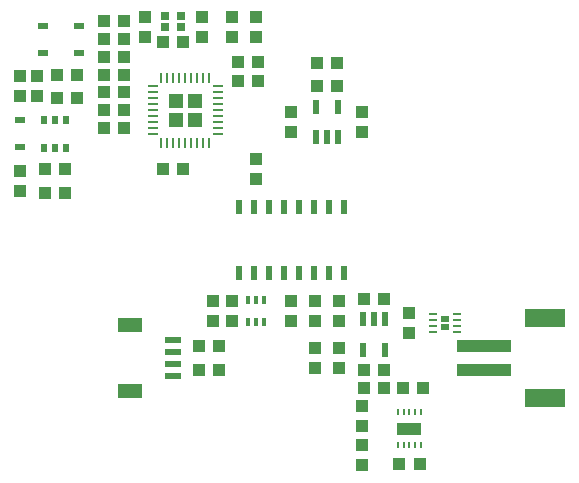
<source format=gbp>
G04 EAGLE Gerber RS-274X export*
G75*
%MOMM*%
%FSLAX34Y34*%
%LPD*%
%INSolderpaste Bottom*%
%IPPOS*%
%AMOC8*
5,1,8,0,0,1.08239X$1,22.5*%
G01*
%ADD10R,1.000000X1.100000*%
%ADD11R,0.550000X1.200000*%
%ADD12R,1.100000X1.000000*%
%ADD13R,0.600000X1.200000*%
%ADD14R,0.300000X0.660000*%
%ADD15R,0.637500X0.250000*%
%ADD16R,0.640000X0.500000*%
%ADD17R,4.600000X1.000000*%
%ADD18R,3.400000X1.600000*%
%ADD19R,0.260000X0.599000*%
%ADD20R,2.000000X1.000000*%
%ADD21R,0.550000X0.800000*%
%ADD22R,0.830000X0.630000*%
%ADD23R,0.750000X0.700000*%
%ADD24R,0.900000X0.280000*%
%ADD25R,1.300000X1.300000*%
%ADD26R,0.280000X0.900000*%
%ADD27R,2.000000X1.200000*%
%ADD28R,1.350000X0.600000*%


D10*
X300000Y91500D03*
X300000Y108500D03*
X280000Y108500D03*
X280000Y91500D03*
D11*
X320500Y133001D03*
X330000Y133001D03*
X339500Y133001D03*
X339500Y106999D03*
X320500Y106999D03*
D12*
X338500Y150000D03*
X321500Y150000D03*
D10*
X280000Y131500D03*
X280000Y148500D03*
X300000Y131500D03*
X300000Y148500D03*
X194000Y148500D03*
X194000Y131500D03*
D13*
X215550Y228000D03*
X228250Y228000D03*
X240950Y228000D03*
X253650Y228000D03*
X266350Y228000D03*
X279050Y228000D03*
X291750Y228000D03*
X304450Y228000D03*
X304450Y172000D03*
X291750Y172000D03*
X279050Y172000D03*
X266350Y172000D03*
X253650Y172000D03*
X240950Y172000D03*
X228250Y172000D03*
X215550Y172000D03*
D10*
X260000Y131500D03*
X260000Y148500D03*
X210000Y148500D03*
X210000Y131500D03*
D14*
X223500Y149200D03*
X230000Y130800D03*
X236500Y130800D03*
X223500Y130800D03*
X230000Y149200D03*
X236500Y149200D03*
D10*
X230000Y251500D03*
X230000Y268500D03*
D15*
X379813Y122500D03*
X400188Y127500D03*
X400188Y122500D03*
X400188Y132500D03*
X400188Y137500D03*
X379813Y127500D03*
X379813Y132500D03*
X379813Y137500D03*
D16*
X390000Y133400D03*
X390000Y126600D03*
D10*
X360000Y121500D03*
X360000Y138500D03*
D12*
X321500Y75000D03*
X338500Y75000D03*
X371500Y75000D03*
X354500Y75000D03*
X368500Y10000D03*
X351500Y10000D03*
D17*
X423000Y90000D03*
X423000Y110000D03*
D18*
X475000Y66000D03*
X475000Y134000D03*
D19*
X360000Y26005D03*
X365000Y26005D03*
X370000Y26005D03*
X355000Y26005D03*
X350000Y26005D03*
X350000Y53995D03*
X355000Y53995D03*
X360000Y53995D03*
X365000Y53995D03*
X370000Y53995D03*
D20*
X360000Y40000D03*
D10*
X320000Y59500D03*
X320000Y42500D03*
D12*
X338500Y90000D03*
X321500Y90000D03*
D10*
X320000Y9500D03*
X320000Y26500D03*
D12*
X181500Y90000D03*
X198500Y90000D03*
X181500Y110000D03*
X198500Y110000D03*
D21*
X50500Y302000D03*
X60000Y302000D03*
X69500Y302000D03*
X69500Y278000D03*
X50500Y278000D03*
X60000Y278000D03*
D12*
X68500Y260000D03*
X51500Y260000D03*
X51500Y240000D03*
X68500Y240000D03*
D10*
X30000Y258500D03*
X30000Y241500D03*
D22*
X30000Y301500D03*
X30000Y278500D03*
D10*
X45000Y338500D03*
X45000Y321500D03*
X30000Y321500D03*
X30000Y338500D03*
D12*
X78500Y320000D03*
X61500Y320000D03*
X78500Y340000D03*
X61500Y340000D03*
D22*
X50000Y358500D03*
X50000Y381500D03*
X80000Y358500D03*
X80000Y381500D03*
D12*
X298500Y330000D03*
X281500Y330000D03*
X281500Y350000D03*
X298500Y350000D03*
D11*
X299500Y286999D03*
X290000Y286999D03*
X280500Y286999D03*
X280500Y313001D03*
X299500Y313001D03*
D10*
X320000Y291500D03*
X320000Y308500D03*
X260000Y308500D03*
X260000Y291500D03*
X230000Y371500D03*
X230000Y388500D03*
D23*
X153250Y380000D03*
X166750Y380000D03*
X166750Y390000D03*
X153250Y390000D03*
D24*
X197500Y330000D03*
D25*
X178000Y318000D03*
X162000Y318000D03*
X178000Y302000D03*
X162000Y302000D03*
D24*
X197500Y325000D03*
X197500Y320000D03*
X197500Y315000D03*
X197500Y310000D03*
X197500Y305000D03*
X197500Y300000D03*
X197500Y295000D03*
X197500Y290000D03*
D26*
X190000Y282500D03*
X185000Y282500D03*
X180000Y282500D03*
X175000Y282500D03*
X170000Y282500D03*
X165000Y282500D03*
X160000Y282500D03*
X155000Y282500D03*
X150000Y282500D03*
D24*
X142500Y290000D03*
X142500Y295000D03*
X142500Y300000D03*
X142500Y305000D03*
X142500Y310000D03*
X142500Y315000D03*
X142500Y320000D03*
X142500Y325000D03*
X142500Y330000D03*
D26*
X150000Y337500D03*
X155000Y337500D03*
X160000Y337500D03*
X165000Y337500D03*
X170000Y337500D03*
X175000Y337500D03*
X180000Y337500D03*
X185000Y337500D03*
X190000Y337500D03*
D12*
X151500Y368000D03*
X168500Y368000D03*
D10*
X184000Y388500D03*
X184000Y371500D03*
X136000Y388500D03*
X136000Y371500D03*
D12*
X101500Y385000D03*
X118500Y385000D03*
X101500Y295000D03*
X118500Y295000D03*
D10*
X210000Y371500D03*
X210000Y388500D03*
D12*
X168500Y260000D03*
X151500Y260000D03*
X118500Y325000D03*
X101500Y325000D03*
X118500Y310000D03*
X101500Y310000D03*
D27*
X123250Y72000D03*
X123250Y128000D03*
D28*
X160000Y85000D03*
X160000Y95000D03*
X160000Y105000D03*
X160000Y115000D03*
D12*
X101500Y355000D03*
X118500Y355000D03*
X118500Y340000D03*
X101500Y340000D03*
X214500Y335000D03*
X231500Y335000D03*
X214500Y351000D03*
X231500Y351000D03*
X118500Y370000D03*
X101500Y370000D03*
M02*

</source>
